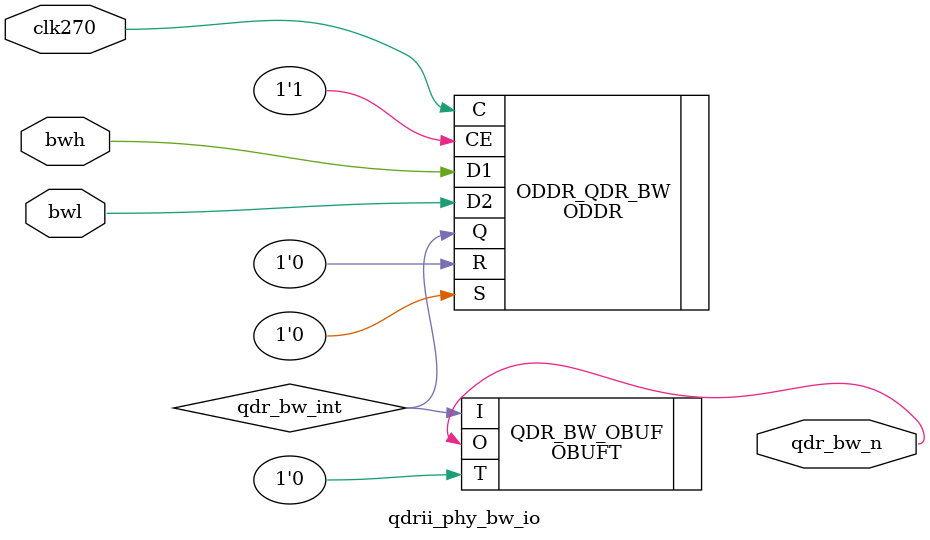
<source format=v>

`timescale 1ns/1ps

module qdrii_phy_bw_io
  (
   input clk270,
   input bwl,
   input bwh,
   output qdr_bw_n
   );

   wire qdr_bw_int;

   ODDR #
     (
      .DDR_CLK_EDGE ( "SAME_EDGE" )
      )
     ODDR_QDR_BW
       (
        .Q  ( qdr_bw_int ),
        .C  ( clk270 ),
        .CE ( 1'b1 ),
        .D1 ( bwh ),
        .D2 ( bwl ),
        .R  ( 1'b0 ),
        .S  ( 1'b0 )
        );

   OBUFT QDR_BW_OBUF
     (
      .I ( qdr_bw_int ),
      .O ( qdr_bw_n ),
      .T ( 1'b0 )
      );

endmodule
</source>
